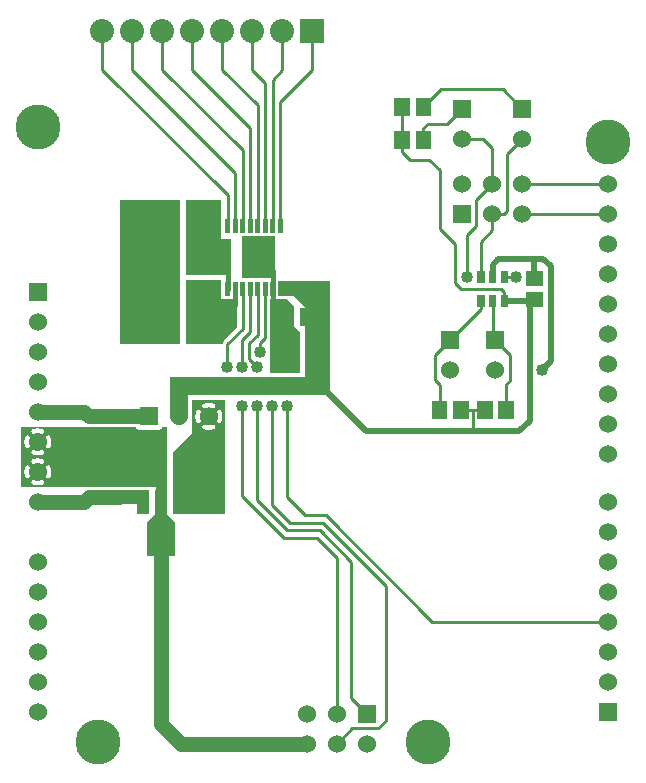
<source format=gbr>
G04 start of page 2 for group 0 idx 0 *
G04 Title: (unknown), component *
G04 Creator: pcb 20110918 *
G04 CreationDate: Sat 02 Feb 2013 09:15:24 PM GMT UTC *
G04 For: petersen *
G04 Format: Gerber/RS-274X *
G04 PCB-Dimensions: 210000 270000 *
G04 PCB-Coordinate-Origin: lower left *
%MOIN*%
%FSLAX25Y25*%
%LNTOP*%
%ADD30C,0.0480*%
%ADD29C,0.1285*%
%ADD28C,0.0380*%
%ADD27C,0.0400*%
%ADD26R,0.0490X0.0490*%
%ADD25R,0.0165X0.0165*%
%ADD24R,0.0240X0.0240*%
%ADD23R,0.0945X0.0945*%
%ADD22R,0.0378X0.0378*%
%ADD21R,0.0512X0.0512*%
%ADD20C,0.0800*%
%ADD19C,0.1500*%
%ADD18C,0.0200*%
%ADD17C,0.0150*%
%ADD16C,0.0100*%
%ADD15C,0.0600*%
%ADD14C,0.0450*%
%ADD13C,0.0500*%
%ADD12C,0.0350*%
%ADD11C,0.0001*%
G54D11*G36*
X57500Y190500D02*Y142500D01*
X37500D01*
Y190500D01*
X57500D01*
G37*
G36*
X59500Y157500D02*X76500D01*
Y148121D01*
X71981Y143602D01*
X71936Y143564D01*
X71783Y143384D01*
X71659Y143183D01*
X71569Y142965D01*
X71514Y142735D01*
X71514Y142735D01*
X71495Y142500D01*
X59500D01*
Y157500D01*
G37*
G36*
Y164000D02*X71000D01*
Y154500D01*
X59500D01*
Y164000D01*
G37*
G36*
Y190500D02*X71000D01*
Y165500D01*
X59500D01*
Y190500D01*
G37*
G36*
Y165500D02*Y177500D01*
X74500D01*
Y165500D01*
X59500D01*
G37*
G36*
X13613Y115000D02*X26863D01*
X27000Y114989D01*
X27137Y115000D01*
X31707D01*
X31738Y114987D01*
X31891Y114950D01*
X32048Y114941D01*
X38109Y114950D01*
X38262Y114987D01*
X38293Y115000D01*
X42584D01*
X42659Y114817D01*
X42783Y114616D01*
X42936Y114436D01*
X43116Y114283D01*
X43317Y114159D01*
X43535Y114069D01*
X43765Y114014D01*
X44000Y114000D01*
X50235Y114014D01*
X50465Y114069D01*
X50683Y114159D01*
X50884Y114283D01*
X51064Y114436D01*
X51217Y114616D01*
X51341Y114817D01*
X51416Y115000D01*
X53000D01*
Y95000D01*
X38137D01*
X38109Y95007D01*
X37952Y95016D01*
X31891Y95007D01*
X31863Y95000D01*
X13613D01*
Y97853D01*
X13656Y97860D01*
X13768Y97897D01*
X13873Y97952D01*
X13968Y98022D01*
X14051Y98106D01*
X14119Y98202D01*
X14170Y98308D01*
X14318Y98716D01*
X14422Y99137D01*
X14484Y99567D01*
X14505Y100000D01*
X14484Y100433D01*
X14422Y100863D01*
X14318Y101284D01*
X14175Y101694D01*
X14122Y101800D01*
X14053Y101896D01*
X13970Y101981D01*
X13875Y102051D01*
X13769Y102106D01*
X13657Y102143D01*
X13613Y102151D01*
Y107853D01*
X13656Y107860D01*
X13768Y107897D01*
X13873Y107952D01*
X13968Y108022D01*
X14051Y108106D01*
X14119Y108202D01*
X14170Y108308D01*
X14318Y108716D01*
X14422Y109137D01*
X14484Y109567D01*
X14505Y110000D01*
X14484Y110433D01*
X14422Y110863D01*
X14318Y111284D01*
X14175Y111694D01*
X14122Y111800D01*
X14053Y111896D01*
X13970Y111981D01*
X13875Y112051D01*
X13769Y112106D01*
X13657Y112143D01*
X13613Y112151D01*
Y115000D01*
G37*
G36*
X10002D02*X13613D01*
Y112151D01*
X13540Y112163D01*
X13421Y112164D01*
X13304Y112146D01*
X13191Y112110D01*
X13085Y112057D01*
X12988Y111988D01*
X12904Y111905D01*
X12833Y111809D01*
X12779Y111704D01*
X12741Y111592D01*
X12722Y111475D01*
X12721Y111356D01*
X12739Y111239D01*
X12777Y111126D01*
X12876Y110855D01*
X12944Y110575D01*
X12986Y110289D01*
X13000Y110000D01*
X12986Y109711D01*
X12944Y109425D01*
X12876Y109145D01*
X12780Y108872D01*
X12742Y108761D01*
X12725Y108644D01*
X12725Y108526D01*
X12745Y108409D01*
X12782Y108297D01*
X12836Y108193D01*
X12906Y108098D01*
X12991Y108015D01*
X13087Y107946D01*
X13192Y107893D01*
X13305Y107857D01*
X13421Y107840D01*
X13539Y107841D01*
X13613Y107853D01*
Y102151D01*
X13540Y102163D01*
X13421Y102164D01*
X13304Y102146D01*
X13191Y102110D01*
X13085Y102057D01*
X12988Y101988D01*
X12904Y101905D01*
X12833Y101809D01*
X12779Y101704D01*
X12741Y101592D01*
X12722Y101475D01*
X12721Y101356D01*
X12739Y101239D01*
X12777Y101126D01*
X12876Y100855D01*
X12944Y100575D01*
X12986Y100289D01*
X13000Y100000D01*
X12986Y99711D01*
X12944Y99425D01*
X12876Y99145D01*
X12780Y98872D01*
X12742Y98761D01*
X12725Y98644D01*
X12725Y98526D01*
X12745Y98409D01*
X12782Y98297D01*
X12836Y98193D01*
X12906Y98098D01*
X12991Y98015D01*
X13087Y97946D01*
X13192Y97893D01*
X13305Y97857D01*
X13421Y97840D01*
X13539Y97841D01*
X13613Y97853D01*
Y95000D01*
X10002D01*
Y95495D01*
X10433Y95516D01*
X10863Y95578D01*
X11284Y95682D01*
X11694Y95825D01*
X11800Y95878D01*
X11896Y95947D01*
X11981Y96030D01*
X12051Y96125D01*
X12106Y96231D01*
X12143Y96343D01*
X12163Y96460D01*
X12164Y96579D01*
X12146Y96696D01*
X12110Y96809D01*
X12057Y96915D01*
X11988Y97012D01*
X11905Y97096D01*
X11809Y97167D01*
X11704Y97221D01*
X11592Y97259D01*
X11475Y97278D01*
X11356Y97279D01*
X11239Y97261D01*
X11126Y97223D01*
X10855Y97124D01*
X10575Y97056D01*
X10289Y97014D01*
X10002Y97000D01*
Y103000D01*
X10289Y102986D01*
X10575Y102944D01*
X10855Y102876D01*
X11128Y102780D01*
X11239Y102742D01*
X11356Y102725D01*
X11474Y102725D01*
X11591Y102745D01*
X11703Y102782D01*
X11807Y102836D01*
X11902Y102906D01*
X11985Y102991D01*
X12054Y103087D01*
X12107Y103192D01*
X12143Y103305D01*
X12160Y103421D01*
X12159Y103539D01*
X12140Y103656D01*
X12103Y103768D01*
X12048Y103873D01*
X11978Y103968D01*
X11894Y104051D01*
X11798Y104119D01*
X11692Y104170D01*
X11284Y104318D01*
X10863Y104422D01*
X10433Y104484D01*
X10002Y104505D01*
Y105495D01*
X10433Y105516D01*
X10863Y105578D01*
X11284Y105682D01*
X11694Y105825D01*
X11800Y105878D01*
X11896Y105947D01*
X11981Y106030D01*
X12051Y106125D01*
X12106Y106231D01*
X12143Y106343D01*
X12163Y106460D01*
X12164Y106579D01*
X12146Y106696D01*
X12110Y106809D01*
X12057Y106915D01*
X11988Y107012D01*
X11905Y107096D01*
X11809Y107167D01*
X11704Y107221D01*
X11592Y107259D01*
X11475Y107278D01*
X11356Y107279D01*
X11239Y107261D01*
X11126Y107223D01*
X10855Y107124D01*
X10575Y107056D01*
X10289Y107014D01*
X10002Y107000D01*
Y113000D01*
X10289Y112986D01*
X10575Y112944D01*
X10855Y112876D01*
X11128Y112780D01*
X11239Y112742D01*
X11356Y112725D01*
X11474Y112725D01*
X11591Y112745D01*
X11703Y112782D01*
X11807Y112836D01*
X11902Y112906D01*
X11985Y112991D01*
X12054Y113087D01*
X12107Y113192D01*
X12143Y113305D01*
X12160Y113421D01*
X12159Y113539D01*
X12140Y113656D01*
X12103Y113768D01*
X12048Y113873D01*
X11978Y113968D01*
X11894Y114051D01*
X11798Y114119D01*
X11692Y114170D01*
X11284Y114318D01*
X10863Y114422D01*
X10433Y114484D01*
X10002Y114505D01*
Y115000D01*
G37*
G36*
X6387D02*X10002D01*
Y114505D01*
X10000Y114505D01*
X9567Y114484D01*
X9137Y114422D01*
X8716Y114318D01*
X8306Y114175D01*
X8200Y114122D01*
X8104Y114053D01*
X8019Y113970D01*
X7949Y113875D01*
X7894Y113769D01*
X7857Y113657D01*
X7837Y113540D01*
X7836Y113421D01*
X7854Y113304D01*
X7890Y113191D01*
X7943Y113085D01*
X8012Y112988D01*
X8095Y112904D01*
X8191Y112833D01*
X8296Y112779D01*
X8408Y112741D01*
X8525Y112722D01*
X8644Y112721D01*
X8761Y112739D01*
X8874Y112777D01*
X9145Y112876D01*
X9425Y112944D01*
X9711Y112986D01*
X10000Y113000D01*
X10002Y113000D01*
Y107000D01*
X10000Y107000D01*
X9711Y107014D01*
X9425Y107056D01*
X9145Y107124D01*
X8872Y107220D01*
X8761Y107258D01*
X8644Y107275D01*
X8526Y107275D01*
X8409Y107255D01*
X8297Y107218D01*
X8193Y107164D01*
X8098Y107094D01*
X8015Y107009D01*
X7946Y106913D01*
X7893Y106808D01*
X7857Y106695D01*
X7840Y106579D01*
X7841Y106461D01*
X7860Y106344D01*
X7897Y106232D01*
X7952Y106127D01*
X8022Y106032D01*
X8106Y105949D01*
X8202Y105881D01*
X8308Y105830D01*
X8716Y105682D01*
X9137Y105578D01*
X9567Y105516D01*
X10000Y105495D01*
X10002Y105495D01*
Y104505D01*
X10000Y104505D01*
X9567Y104484D01*
X9137Y104422D01*
X8716Y104318D01*
X8306Y104175D01*
X8200Y104122D01*
X8104Y104053D01*
X8019Y103970D01*
X7949Y103875D01*
X7894Y103769D01*
X7857Y103657D01*
X7837Y103540D01*
X7836Y103421D01*
X7854Y103304D01*
X7890Y103191D01*
X7943Y103085D01*
X8012Y102988D01*
X8095Y102904D01*
X8191Y102833D01*
X8296Y102779D01*
X8408Y102741D01*
X8525Y102722D01*
X8644Y102721D01*
X8761Y102739D01*
X8874Y102777D01*
X9145Y102876D01*
X9425Y102944D01*
X9711Y102986D01*
X10000Y103000D01*
X10002Y103000D01*
Y97000D01*
X10000Y97000D01*
X9711Y97014D01*
X9425Y97056D01*
X9145Y97124D01*
X8872Y97220D01*
X8761Y97258D01*
X8644Y97275D01*
X8526Y97275D01*
X8409Y97255D01*
X8297Y97218D01*
X8193Y97164D01*
X8098Y97094D01*
X8015Y97009D01*
X7946Y96913D01*
X7893Y96808D01*
X7857Y96695D01*
X7840Y96579D01*
X7841Y96461D01*
X7860Y96344D01*
X7897Y96232D01*
X7952Y96127D01*
X8022Y96032D01*
X8106Y95949D01*
X8202Y95881D01*
X8308Y95830D01*
X8716Y95682D01*
X9137Y95578D01*
X9567Y95516D01*
X10000Y95495D01*
X10002Y95495D01*
Y95000D01*
X6387D01*
Y97849D01*
X6460Y97837D01*
X6579Y97836D01*
X6696Y97854D01*
X6809Y97890D01*
X6915Y97943D01*
X7012Y98012D01*
X7096Y98095D01*
X7167Y98191D01*
X7221Y98296D01*
X7259Y98408D01*
X7278Y98525D01*
X7279Y98644D01*
X7261Y98761D01*
X7223Y98874D01*
X7124Y99145D01*
X7056Y99425D01*
X7014Y99711D01*
X7000Y100000D01*
X7014Y100289D01*
X7056Y100575D01*
X7124Y100855D01*
X7220Y101128D01*
X7258Y101239D01*
X7275Y101356D01*
X7275Y101474D01*
X7255Y101591D01*
X7218Y101703D01*
X7164Y101807D01*
X7094Y101902D01*
X7009Y101985D01*
X6913Y102054D01*
X6808Y102107D01*
X6695Y102143D01*
X6579Y102160D01*
X6461Y102159D01*
X6387Y102147D01*
Y107849D01*
X6460Y107837D01*
X6579Y107836D01*
X6696Y107854D01*
X6809Y107890D01*
X6915Y107943D01*
X7012Y108012D01*
X7096Y108095D01*
X7167Y108191D01*
X7221Y108296D01*
X7259Y108408D01*
X7278Y108525D01*
X7279Y108644D01*
X7261Y108761D01*
X7223Y108874D01*
X7124Y109145D01*
X7056Y109425D01*
X7014Y109711D01*
X7000Y110000D01*
X7014Y110289D01*
X7056Y110575D01*
X7124Y110855D01*
X7220Y111128D01*
X7258Y111239D01*
X7275Y111356D01*
X7275Y111474D01*
X7255Y111591D01*
X7218Y111703D01*
X7164Y111807D01*
X7094Y111902D01*
X7009Y111985D01*
X6913Y112054D01*
X6808Y112107D01*
X6695Y112143D01*
X6579Y112160D01*
X6461Y112159D01*
X6387Y112147D01*
Y115000D01*
G37*
G36*
X4500D02*X6387D01*
Y112147D01*
X6344Y112140D01*
X6232Y112103D01*
X6127Y112048D01*
X6032Y111978D01*
X5949Y111894D01*
X5881Y111798D01*
X5830Y111692D01*
X5682Y111284D01*
X5578Y110863D01*
X5516Y110433D01*
X5495Y110000D01*
X5516Y109567D01*
X5578Y109137D01*
X5682Y108716D01*
X5825Y108306D01*
X5878Y108200D01*
X5947Y108104D01*
X6030Y108019D01*
X6125Y107949D01*
X6231Y107894D01*
X6343Y107857D01*
X6387Y107849D01*
Y102147D01*
X6344Y102140D01*
X6232Y102103D01*
X6127Y102048D01*
X6032Y101978D01*
X5949Y101894D01*
X5881Y101798D01*
X5830Y101692D01*
X5682Y101284D01*
X5578Y100863D01*
X5516Y100433D01*
X5495Y100000D01*
X5516Y99567D01*
X5578Y99137D01*
X5682Y98716D01*
X5825Y98306D01*
X5878Y98200D01*
X5947Y98104D01*
X6030Y98019D01*
X6125Y97949D01*
X6231Y97894D01*
X6343Y97857D01*
X6387Y97849D01*
Y95000D01*
X4500D01*
Y115000D01*
G37*
G36*
X70613Y124000D02*X72500D01*
Y86000D01*
X70613D01*
Y116353D01*
X70656Y116360D01*
X70768Y116397D01*
X70873Y116452D01*
X70968Y116522D01*
X71051Y116606D01*
X71119Y116702D01*
X71170Y116808D01*
X71318Y117216D01*
X71422Y117637D01*
X71484Y118067D01*
X71505Y118500D01*
X71484Y118933D01*
X71422Y119363D01*
X71318Y119784D01*
X71175Y120194D01*
X71122Y120300D01*
X71053Y120396D01*
X70970Y120481D01*
X70875Y120551D01*
X70769Y120606D01*
X70657Y120643D01*
X70613Y120651D01*
Y124000D01*
G37*
G36*
X67002D02*X70613D01*
Y120651D01*
X70540Y120663D01*
X70421Y120664D01*
X70304Y120646D01*
X70191Y120610D01*
X70085Y120557D01*
X69988Y120488D01*
X69904Y120405D01*
X69833Y120309D01*
X69779Y120204D01*
X69741Y120092D01*
X69722Y119975D01*
X69721Y119856D01*
X69739Y119739D01*
X69777Y119626D01*
X69876Y119355D01*
X69944Y119075D01*
X69986Y118789D01*
X70000Y118500D01*
X69986Y118211D01*
X69944Y117925D01*
X69876Y117645D01*
X69780Y117372D01*
X69742Y117261D01*
X69725Y117144D01*
X69725Y117026D01*
X69745Y116909D01*
X69782Y116797D01*
X69836Y116693D01*
X69906Y116598D01*
X69991Y116515D01*
X70087Y116446D01*
X70192Y116393D01*
X70305Y116357D01*
X70421Y116340D01*
X70539Y116341D01*
X70613Y116353D01*
Y86000D01*
X67002D01*
Y113995D01*
X67433Y114016D01*
X67863Y114078D01*
X68284Y114182D01*
X68694Y114325D01*
X68800Y114378D01*
X68896Y114447D01*
X68981Y114530D01*
X69051Y114625D01*
X69106Y114731D01*
X69143Y114843D01*
X69163Y114960D01*
X69164Y115079D01*
X69146Y115196D01*
X69110Y115309D01*
X69057Y115415D01*
X68988Y115512D01*
X68905Y115596D01*
X68809Y115667D01*
X68704Y115721D01*
X68592Y115759D01*
X68475Y115778D01*
X68356Y115779D01*
X68239Y115761D01*
X68126Y115723D01*
X67855Y115624D01*
X67575Y115556D01*
X67289Y115514D01*
X67002Y115500D01*
Y121500D01*
X67289Y121486D01*
X67575Y121444D01*
X67855Y121376D01*
X68128Y121280D01*
X68239Y121242D01*
X68356Y121225D01*
X68474Y121225D01*
X68591Y121245D01*
X68703Y121282D01*
X68807Y121336D01*
X68902Y121406D01*
X68985Y121491D01*
X69054Y121587D01*
X69107Y121692D01*
X69143Y121805D01*
X69160Y121921D01*
X69159Y122039D01*
X69140Y122156D01*
X69103Y122268D01*
X69048Y122373D01*
X68978Y122468D01*
X68894Y122551D01*
X68798Y122619D01*
X68692Y122670D01*
X68284Y122818D01*
X67863Y122922D01*
X67433Y122984D01*
X67002Y123005D01*
Y124000D01*
G37*
G36*
X63387D02*X67002D01*
Y123005D01*
X67000Y123005D01*
X66567Y122984D01*
X66137Y122922D01*
X65716Y122818D01*
X65306Y122675D01*
X65200Y122622D01*
X65104Y122553D01*
X65019Y122470D01*
X64949Y122375D01*
X64894Y122269D01*
X64857Y122157D01*
X64837Y122040D01*
X64836Y121921D01*
X64854Y121804D01*
X64890Y121691D01*
X64943Y121585D01*
X65012Y121488D01*
X65095Y121404D01*
X65191Y121333D01*
X65296Y121279D01*
X65408Y121241D01*
X65525Y121222D01*
X65644Y121221D01*
X65761Y121239D01*
X65874Y121277D01*
X66145Y121376D01*
X66425Y121444D01*
X66711Y121486D01*
X67000Y121500D01*
X67002Y121500D01*
Y115500D01*
X67000Y115500D01*
X66711Y115514D01*
X66425Y115556D01*
X66145Y115624D01*
X65872Y115720D01*
X65761Y115758D01*
X65644Y115775D01*
X65526Y115775D01*
X65409Y115755D01*
X65297Y115718D01*
X65193Y115664D01*
X65098Y115594D01*
X65015Y115509D01*
X64946Y115413D01*
X64893Y115308D01*
X64857Y115195D01*
X64840Y115079D01*
X64841Y114961D01*
X64860Y114844D01*
X64897Y114732D01*
X64952Y114627D01*
X65022Y114532D01*
X65106Y114449D01*
X65202Y114381D01*
X65308Y114330D01*
X65716Y114182D01*
X66137Y114078D01*
X66567Y114016D01*
X67000Y113995D01*
X67002Y113995D01*
Y86000D01*
X63387D01*
Y116349D01*
X63460Y116337D01*
X63579Y116336D01*
X63696Y116354D01*
X63809Y116390D01*
X63915Y116443D01*
X64012Y116512D01*
X64096Y116595D01*
X64167Y116691D01*
X64221Y116796D01*
X64259Y116908D01*
X64278Y117025D01*
X64279Y117144D01*
X64261Y117261D01*
X64223Y117374D01*
X64124Y117645D01*
X64056Y117925D01*
X64014Y118211D01*
X64000Y118500D01*
X64014Y118789D01*
X64056Y119075D01*
X64124Y119355D01*
X64220Y119628D01*
X64258Y119739D01*
X64275Y119856D01*
X64275Y119974D01*
X64255Y120091D01*
X64218Y120203D01*
X64164Y120307D01*
X64094Y120402D01*
X64009Y120485D01*
X63913Y120554D01*
X63808Y120607D01*
X63695Y120643D01*
X63579Y120660D01*
X63461Y120659D01*
X63387Y120647D01*
Y124000D01*
G37*
G36*
X55000Y86000D02*Y106500D01*
X61500Y113000D01*
Y124000D01*
X63387D01*
Y120647D01*
X63344Y120640D01*
X63232Y120603D01*
X63127Y120548D01*
X63032Y120478D01*
X62949Y120394D01*
X62881Y120298D01*
X62830Y120192D01*
X62682Y119784D01*
X62578Y119363D01*
X62516Y118933D01*
X62495Y118500D01*
X62516Y118067D01*
X62578Y117637D01*
X62682Y117216D01*
X62825Y116806D01*
X62878Y116700D01*
X62947Y116604D01*
X63030Y116519D01*
X63125Y116449D01*
X63231Y116394D01*
X63343Y116357D01*
X63387Y116349D01*
Y86000D01*
X55000D01*
G37*
G36*
X95500Y148500D02*X97500Y146500D01*
Y133000D01*
X94500D01*
Y148500D01*
X95500D01*
G37*
G36*
X107500Y125500D02*X54000D01*
Y131500D01*
X107500D01*
Y125500D01*
G37*
G36*
X87500Y157500D02*X93000D01*
X95500Y155000D01*
Y133000D01*
X87500D01*
Y157500D01*
G37*
G36*
X89000Y164500D02*X78000D01*
Y178500D01*
X89000D01*
Y164500D01*
G37*
G36*
X99000Y125500D02*Y163500D01*
X107500D01*
Y125500D01*
X99000D01*
G37*
G36*
X90043Y163500D02*X107500D01*
Y158500D01*
X90043D01*
X90066Y158593D01*
X90075Y158750D01*
X90066Y163407D01*
X90043Y163500D01*
G37*
G36*
X99000Y155000D02*X94500Y159500D01*
X100000D01*
Y155000D01*
X99000D01*
G37*
G54D12*X51000Y86084D02*Y96000D01*
G54D13*X25500Y90000D02*X10000D01*
X35000Y91457D02*X26957D01*
X25500Y90000D01*
G54D14*X35000Y91457D02*X44500D01*
G54D13*X10000Y120000D02*X25500D01*
X27000Y118500D01*
X47000D01*
G54D15*X57000D02*Y128000D01*
G54D16*X78000Y92000D02*Y122000D01*
X83000D02*Y90500D01*
X92000Y78000D02*X78000Y92000D01*
X83000Y90500D02*X93000Y80500D01*
X94000Y83000D02*X88000Y89000D01*
Y122000D01*
X93000Y91500D02*Y122000D01*
X99000Y85500D02*X93000Y91500D01*
X31500Y234000D02*Y247000D01*
X41500Y234000D02*Y247000D01*
X51500Y234000D02*Y247000D01*
X61500Y234000D02*Y247000D01*
X71500Y234000D02*Y247000D01*
X81500Y234000D02*Y247000D01*
X91500Y234000D02*Y247000D01*
X101500Y234000D02*Y247000D01*
X90750Y223250D02*X101500Y234000D01*
X88250Y230750D02*X91500Y234000D01*
X85750Y229750D02*X81500Y234000D01*
X90750Y182000D02*Y223250D01*
X88250Y182000D02*Y230750D01*
X85750Y182000D02*Y229750D01*
X83250Y182000D02*Y222250D01*
X80750Y182000D02*Y214750D01*
X78250Y182000D02*Y207250D01*
X75750Y182000D02*Y199750D01*
X73250Y182000D02*Y192250D01*
X83250Y222250D02*X71500Y234000D01*
X80750Y214750D02*X61500Y234000D01*
X78250Y207250D02*X51500Y234000D01*
X75750Y199750D02*X41500Y234000D01*
X73250Y192250D02*X31500Y234000D01*
G54D17*X75750Y161000D02*Y155500D01*
X73250Y161000D02*Y169000D01*
X88250Y161000D02*Y155500D01*
Y161000D02*Y167000D01*
G54D16*X78250Y161000D02*Y147750D01*
X73000Y142500D01*
Y135000D01*
X78000Y144000D02*Y135000D01*
X80750Y161000D02*Y146750D01*
X78000Y144000D01*
X83250Y161000D02*Y145750D01*
X85750Y161000D02*Y144750D01*
X84000Y143000D01*
X83250Y145750D02*X80500Y143000D01*
Y137500D01*
X83000Y135000D01*
X84000Y143000D02*Y140000D01*
G54D13*X99803Y9449D02*X57551D01*
G54D16*X109803D02*X114854Y14500D01*
X123500D01*
X126000Y17000D01*
G54D13*X57551Y9449D02*X51000Y16000D01*
Y77500D01*
G54D16*X109803Y19449D02*Y71197D01*
X114500Y70000D02*Y24752D01*
X119803Y19449D01*
X126000Y17000D02*Y62000D01*
X93000Y80500D02*X104000D01*
X114500Y70000D01*
X109803Y71197D02*X103000Y78000D01*
X92000D01*
X126000Y62000D02*X105000Y83000D01*
X94000D01*
X106000Y85500D02*X99000D01*
X171500Y196000D02*X200000D01*
X171500Y186000D02*X200000D01*
X157700Y156800D02*Y154200D01*
X161600Y156800D02*Y144000D01*
X157700Y154200D02*X142500Y139000D01*
X164500Y161000D02*X151000D01*
X149000Y163000D01*
X166086Y120500D02*Y129086D01*
X165500Y156800D02*Y160000D01*
X164500Y161000D01*
X165500Y165000D02*X169500D01*
G54D18*X174000Y156800D02*Y117000D01*
X170500Y113500D01*
G54D16*X166086Y129086D02*X167500Y130500D01*
Y139000D01*
X162500Y144000D01*
G54D18*X165500Y156800D02*X175500D01*
X181000Y168500D02*Y137000D01*
X178000Y134000D01*
G54D16*X200000Y50000D02*X141500D01*
X106000Y85500D01*
X153000Y179000D02*Y165000D01*
X157700D02*Y176700D01*
X161500Y180500D01*
G54D18*X161600Y165000D02*Y169100D01*
X163500Y171000D01*
X178500D01*
X181000Y168500D01*
X175500Y164543D02*Y171000D01*
G54D16*X149000Y163000D02*Y176000D01*
X144000Y181000D01*
X161500Y186000D02*X165500D01*
X156000Y182000D02*X153000Y179000D01*
X161500Y180500D02*Y186000D01*
X165500D02*X166500Y187000D01*
Y206000D01*
X161500Y196000D02*Y208000D01*
Y196000D02*X156000Y190500D01*
Y182000D01*
X166500Y206000D02*X171500Y211000D01*
X161500Y208000D02*X158500Y211000D01*
X151500D01*
Y221000D02*X146500Y216000D01*
X171500Y221000D02*X165000Y227500D01*
X144457D01*
X146500Y216000D02*X140000D01*
X138500Y214500D01*
Y210500D01*
X144457Y227500D02*X138457Y221500D01*
X131371D02*Y210543D01*
X131500Y210414D01*
X144000Y181000D02*Y200500D01*
X140500Y204000D01*
X134000D01*
X131500Y206500D01*
Y210414D01*
X143957Y120500D02*Y129043D01*
X142500Y130500D01*
Y139000D01*
X151043Y120500D02*X159000D01*
X155000Y113500D02*Y120500D01*
G54D18*X170500Y113500D02*X119500D01*
X105500Y127500D01*
G54D11*G36*
X197000Y23000D02*Y17000D01*
X203000D01*
Y23000D01*
X197000D01*
G37*
G54D15*X200000Y30000D03*
Y40000D03*
Y50000D03*
Y60000D03*
Y70000D03*
G54D19*X140000Y10000D03*
G54D15*X119803Y9449D03*
X109803D03*
X99803D03*
G54D11*G36*
X116803Y22449D02*Y16449D01*
X122803D01*
Y22449D01*
X116803D01*
G37*
G54D15*X109803Y19449D03*
X99803D03*
X10000Y130000D03*
Y120000D03*
Y110000D03*
Y100000D03*
G54D11*G36*
X7000Y163000D02*Y157000D01*
X13000D01*
Y163000D01*
X7000D01*
G37*
G54D15*X10000Y150000D03*
Y140000D03*
G54D19*Y215000D03*
G54D11*G36*
X44000Y121500D02*Y115500D01*
X50000D01*
Y121500D01*
X44000D01*
G37*
G54D15*X57000Y118500D03*
X67000D03*
X200000Y80000D03*
Y90000D03*
Y106000D03*
Y116000D03*
X10000Y90000D03*
Y70000D03*
Y60000D03*
Y50000D03*
Y40000D03*
Y30000D03*
Y20000D03*
G54D19*X30000Y10000D03*
G54D15*X200000Y126000D03*
Y136000D03*
Y146000D03*
Y156000D03*
Y166000D03*
Y176000D03*
G54D11*G36*
X159500Y147000D02*Y141000D01*
X165500D01*
Y147000D01*
X159500D01*
G37*
G54D15*X162500Y134000D03*
G54D11*G36*
X144500Y147000D02*Y141000D01*
X150500D01*
Y147000D01*
X144500D01*
G37*
G54D15*X147500Y134000D03*
X200000Y186000D03*
Y196000D03*
G54D19*Y210000D03*
G54D11*G36*
X148500Y189000D02*Y183000D01*
X154500D01*
Y189000D01*
X148500D01*
G37*
G54D15*X161500Y186000D03*
X171500D03*
X151500Y196000D03*
X161500D03*
X171500D03*
G54D11*G36*
X168500Y224000D02*Y218000D01*
X174500D01*
Y224000D01*
X168500D01*
G37*
G54D15*X171500Y211000D03*
G54D11*G36*
X148500Y224000D02*Y218000D01*
X154500D01*
Y224000D01*
X148500D01*
G37*
G54D15*X151500Y211000D03*
G54D11*G36*
X97500Y251000D02*Y243000D01*
X105500D01*
Y251000D01*
X97500D01*
G37*
G54D20*X91500Y247000D03*
X81500D03*
X71500D03*
X61500D03*
X51500D03*
X41500D03*
X31500D03*
G54D21*X138457Y221893D02*Y221107D01*
X131371Y221893D02*Y221107D01*
X138500Y210893D02*Y210107D01*
X131414Y210893D02*Y210107D01*
X57543Y102393D02*Y101607D01*
X50457Y102393D02*Y101607D01*
G54D22*X51000Y91989D02*Y80179D01*
G54D23*Y78445D02*Y76555D01*
G54D11*G36*
X52885Y86010D02*X55725Y83170D01*
X54305Y81750D01*
X51465Y84590D01*
X52885Y86010D01*
G37*
G36*
X46275Y83170D02*X49115Y86010D01*
X50535Y84590D01*
X47695Y81750D01*
X46275Y83170D01*
G37*
G54D22*X45094Y91989D02*Y87895D01*
G54D21*X34607Y98543D02*X35393D01*
X34607Y111414D02*X35393D01*
X34607Y118500D02*X35393D01*
X34607Y91457D02*X35393D01*
G54D22*X56906Y91989D02*Y87895D01*
G54D24*X165500Y165800D02*Y164200D01*
X161600Y165800D02*Y164200D01*
X157700Y165800D02*Y164200D01*
Y157600D02*Y156000D01*
X161600Y157600D02*Y156000D01*
G54D21*X166086Y120893D02*Y120107D01*
X159000Y120893D02*Y120107D01*
X143957Y120893D02*Y120107D01*
X151043Y120893D02*Y120107D01*
G54D24*X165500Y157600D02*Y156000D01*
G54D21*X175107Y157457D02*X175893D01*
X175107Y164543D02*X175893D01*
G54D25*X90750Y183425D02*Y180575D01*
X88250Y183425D02*Y180575D01*
X85750Y183425D02*Y180575D01*
X83250Y183425D02*Y180575D01*
X80750Y183425D02*Y180575D01*
X78250Y183425D02*Y180575D01*
X75750Y183425D02*Y180575D01*
X73250Y183425D02*Y180575D01*
G54D21*X62043Y172393D02*Y171607D01*
X54957Y172393D02*Y171607D01*
G54D26*X63500Y187800D02*Y184200D01*
X53500Y187800D02*Y184200D01*
G54D21*X62043Y161393D02*Y160607D01*
X54957Y161393D02*Y160607D01*
G54D26*X63500Y148800D02*Y145200D01*
X53500Y148800D02*Y145200D01*
G54D25*X73250Y162425D02*Y159575D01*
X75750Y162425D02*Y159575D01*
X78250Y162425D02*Y159575D01*
X80750Y162425D02*Y159575D01*
X83250Y162425D02*Y159575D01*
X85750Y162425D02*Y159575D01*
X88250Y162425D02*Y159575D01*
X90750Y162425D02*Y159575D01*
G54D26*X101500Y139300D02*Y135700D01*
X91500Y139300D02*Y135700D01*
G54D21*X100043Y151893D02*Y151107D01*
X92957Y151893D02*Y151107D01*
G54D27*X169500Y165000D03*
X153000D03*
X178000Y134000D03*
X42000Y111000D03*
Y105000D03*
Y99000D03*
X18000Y105000D03*
X23500D03*
X29000D03*
X55000Y178500D03*
X50000D03*
X45000D03*
X40000D03*
Y172500D03*
X55000Y166500D03*
Y154500D03*
X50000Y166500D03*
X45000D03*
X40000D03*
X50000Y154500D03*
X45000D03*
X40000D03*
Y160500D03*
X90000Y145500D03*
X83000Y135000D03*
X84000Y140000D03*
X95000Y145500D03*
X81000Y167000D03*
Y171500D03*
X86000Y167000D03*
Y171500D03*
X81000Y176000D03*
X86000D03*
X73000Y135000D03*
X78000D03*
Y122000D03*
X83000D03*
X88000D03*
X93000D03*
G54D18*G54D28*G54D29*G54D28*G54D29*G54D28*G54D29*G54D28*G54D29*G54D28*G54D30*M02*

</source>
